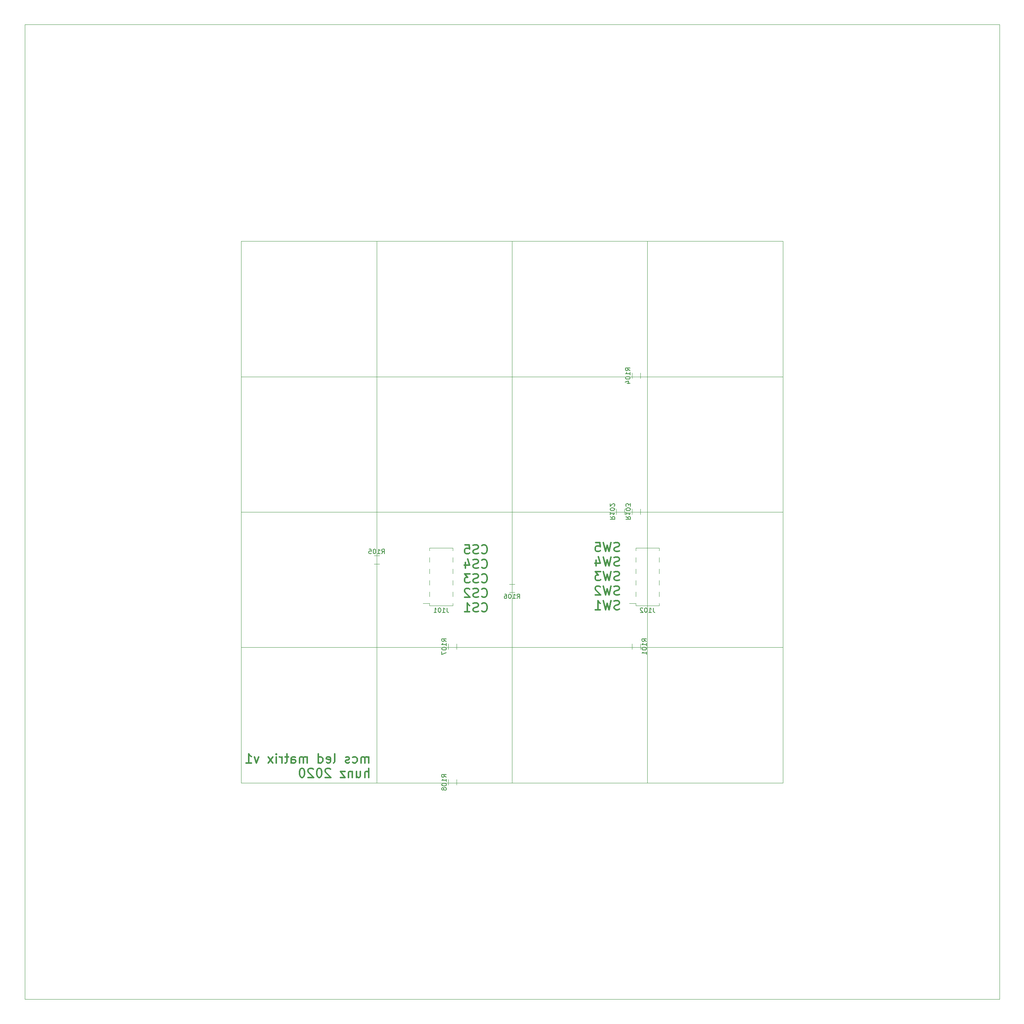
<source format=gbr>
%TF.GenerationSoftware,KiCad,Pcbnew,5.99.0-unknown-e376750~101~ubuntu19.10.1*%
%TF.CreationDate,2020-06-25T20:18:13+02:00*%
%TF.ProjectId,leds,6c656473-2e6b-4696-9361-645f70636258,rev?*%
%TF.SameCoordinates,Original*%
%TF.FileFunction,Legend,Bot*%
%TF.FilePolarity,Positive*%
%FSLAX46Y46*%
G04 Gerber Fmt 4.6, Leading zero omitted, Abs format (unit mm)*
G04 Created by KiCad (PCBNEW 5.99.0-unknown-e376750~101~ubuntu19.10.1) date 2020-06-25 20:18:13*
%MOMM*%
%LPD*%
G01*
G04 APERTURE LIST*
%ADD10C,0.300000*%
%ADD11C,0.120000*%
%ADD12C,0.150000*%
%ADD13R,3.150000X1.000000*%
G04 APERTURE END LIST*
D10*
X123285714Y-114074285D02*
X123380952Y-114169523D01*
X123666666Y-114264761D01*
X123857142Y-114264761D01*
X124142857Y-114169523D01*
X124333333Y-113979047D01*
X124428571Y-113788571D01*
X124523809Y-113407619D01*
X124523809Y-113121904D01*
X124428571Y-112740952D01*
X124333333Y-112550476D01*
X124142857Y-112360000D01*
X123857142Y-112264761D01*
X123666666Y-112264761D01*
X123380952Y-112360000D01*
X123285714Y-112455238D01*
X122523809Y-114169523D02*
X122238095Y-114264761D01*
X121761904Y-114264761D01*
X121571428Y-114169523D01*
X121476190Y-114074285D01*
X121380952Y-113883809D01*
X121380952Y-113693333D01*
X121476190Y-113502857D01*
X121571428Y-113407619D01*
X121761904Y-113312380D01*
X122142857Y-113217142D01*
X122333333Y-113121904D01*
X122428571Y-113026666D01*
X122523809Y-112836190D01*
X122523809Y-112645714D01*
X122428571Y-112455238D01*
X122333333Y-112360000D01*
X122142857Y-112264761D01*
X121666666Y-112264761D01*
X121380952Y-112360000D01*
X119571428Y-112264761D02*
X120523809Y-112264761D01*
X120619047Y-113217142D01*
X120523809Y-113121904D01*
X120333333Y-113026666D01*
X119857142Y-113026666D01*
X119666666Y-113121904D01*
X119571428Y-113217142D01*
X119476190Y-113407619D01*
X119476190Y-113883809D01*
X119571428Y-114074285D01*
X119666666Y-114169523D01*
X119857142Y-114264761D01*
X120333333Y-114264761D01*
X120523809Y-114169523D01*
X120619047Y-114074285D01*
X123285714Y-117294285D02*
X123380952Y-117389523D01*
X123666666Y-117484761D01*
X123857142Y-117484761D01*
X124142857Y-117389523D01*
X124333333Y-117199047D01*
X124428571Y-117008571D01*
X124523809Y-116627619D01*
X124523809Y-116341904D01*
X124428571Y-115960952D01*
X124333333Y-115770476D01*
X124142857Y-115580000D01*
X123857142Y-115484761D01*
X123666666Y-115484761D01*
X123380952Y-115580000D01*
X123285714Y-115675238D01*
X122523809Y-117389523D02*
X122238095Y-117484761D01*
X121761904Y-117484761D01*
X121571428Y-117389523D01*
X121476190Y-117294285D01*
X121380952Y-117103809D01*
X121380952Y-116913333D01*
X121476190Y-116722857D01*
X121571428Y-116627619D01*
X121761904Y-116532380D01*
X122142857Y-116437142D01*
X122333333Y-116341904D01*
X122428571Y-116246666D01*
X122523809Y-116056190D01*
X122523809Y-115865714D01*
X122428571Y-115675238D01*
X122333333Y-115580000D01*
X122142857Y-115484761D01*
X121666666Y-115484761D01*
X121380952Y-115580000D01*
X119666666Y-116151428D02*
X119666666Y-117484761D01*
X120142857Y-115389523D02*
X120619047Y-116818095D01*
X119380952Y-116818095D01*
X123285714Y-120514285D02*
X123380952Y-120609523D01*
X123666666Y-120704761D01*
X123857142Y-120704761D01*
X124142857Y-120609523D01*
X124333333Y-120419047D01*
X124428571Y-120228571D01*
X124523809Y-119847619D01*
X124523809Y-119561904D01*
X124428571Y-119180952D01*
X124333333Y-118990476D01*
X124142857Y-118800000D01*
X123857142Y-118704761D01*
X123666666Y-118704761D01*
X123380952Y-118800000D01*
X123285714Y-118895238D01*
X122523809Y-120609523D02*
X122238095Y-120704761D01*
X121761904Y-120704761D01*
X121571428Y-120609523D01*
X121476190Y-120514285D01*
X121380952Y-120323809D01*
X121380952Y-120133333D01*
X121476190Y-119942857D01*
X121571428Y-119847619D01*
X121761904Y-119752380D01*
X122142857Y-119657142D01*
X122333333Y-119561904D01*
X122428571Y-119466666D01*
X122523809Y-119276190D01*
X122523809Y-119085714D01*
X122428571Y-118895238D01*
X122333333Y-118800000D01*
X122142857Y-118704761D01*
X121666666Y-118704761D01*
X121380952Y-118800000D01*
X120714285Y-118704761D02*
X119476190Y-118704761D01*
X120142857Y-119466666D01*
X119857142Y-119466666D01*
X119666666Y-119561904D01*
X119571428Y-119657142D01*
X119476190Y-119847619D01*
X119476190Y-120323809D01*
X119571428Y-120514285D01*
X119666666Y-120609523D01*
X119857142Y-120704761D01*
X120428571Y-120704761D01*
X120619047Y-120609523D01*
X120714285Y-120514285D01*
X123285714Y-123734285D02*
X123380952Y-123829523D01*
X123666666Y-123924761D01*
X123857142Y-123924761D01*
X124142857Y-123829523D01*
X124333333Y-123639047D01*
X124428571Y-123448571D01*
X124523809Y-123067619D01*
X124523809Y-122781904D01*
X124428571Y-122400952D01*
X124333333Y-122210476D01*
X124142857Y-122020000D01*
X123857142Y-121924761D01*
X123666666Y-121924761D01*
X123380952Y-122020000D01*
X123285714Y-122115238D01*
X122523809Y-123829523D02*
X122238095Y-123924761D01*
X121761904Y-123924761D01*
X121571428Y-123829523D01*
X121476190Y-123734285D01*
X121380952Y-123543809D01*
X121380952Y-123353333D01*
X121476190Y-123162857D01*
X121571428Y-123067619D01*
X121761904Y-122972380D01*
X122142857Y-122877142D01*
X122333333Y-122781904D01*
X122428571Y-122686666D01*
X122523809Y-122496190D01*
X122523809Y-122305714D01*
X122428571Y-122115238D01*
X122333333Y-122020000D01*
X122142857Y-121924761D01*
X121666666Y-121924761D01*
X121380952Y-122020000D01*
X120619047Y-122115238D02*
X120523809Y-122020000D01*
X120333333Y-121924761D01*
X119857142Y-121924761D01*
X119666666Y-122020000D01*
X119571428Y-122115238D01*
X119476190Y-122305714D01*
X119476190Y-122496190D01*
X119571428Y-122781904D01*
X120714285Y-123924761D01*
X119476190Y-123924761D01*
X123285714Y-126954285D02*
X123380952Y-127049523D01*
X123666666Y-127144761D01*
X123857142Y-127144761D01*
X124142857Y-127049523D01*
X124333333Y-126859047D01*
X124428571Y-126668571D01*
X124523809Y-126287619D01*
X124523809Y-126001904D01*
X124428571Y-125620952D01*
X124333333Y-125430476D01*
X124142857Y-125240000D01*
X123857142Y-125144761D01*
X123666666Y-125144761D01*
X123380952Y-125240000D01*
X123285714Y-125335238D01*
X122523809Y-127049523D02*
X122238095Y-127144761D01*
X121761904Y-127144761D01*
X121571428Y-127049523D01*
X121476190Y-126954285D01*
X121380952Y-126763809D01*
X121380952Y-126573333D01*
X121476190Y-126382857D01*
X121571428Y-126287619D01*
X121761904Y-126192380D01*
X122142857Y-126097142D01*
X122333333Y-126001904D01*
X122428571Y-125906666D01*
X122523809Y-125716190D01*
X122523809Y-125525714D01*
X122428571Y-125335238D01*
X122333333Y-125240000D01*
X122142857Y-125144761D01*
X121666666Y-125144761D01*
X121380952Y-125240000D01*
X119476190Y-127144761D02*
X120619047Y-127144761D01*
X120047619Y-127144761D02*
X120047619Y-125144761D01*
X120238095Y-125430476D01*
X120428571Y-125620952D01*
X120619047Y-125716190D01*
X153766666Y-113669523D02*
X153480952Y-113764761D01*
X153004761Y-113764761D01*
X152814285Y-113669523D01*
X152719047Y-113574285D01*
X152623809Y-113383809D01*
X152623809Y-113193333D01*
X152719047Y-113002857D01*
X152814285Y-112907619D01*
X153004761Y-112812380D01*
X153385714Y-112717142D01*
X153576190Y-112621904D01*
X153671428Y-112526666D01*
X153766666Y-112336190D01*
X153766666Y-112145714D01*
X153671428Y-111955238D01*
X153576190Y-111860000D01*
X153385714Y-111764761D01*
X152909523Y-111764761D01*
X152623809Y-111860000D01*
X151957142Y-111764761D02*
X151480952Y-113764761D01*
X151100000Y-112336190D01*
X150719047Y-113764761D01*
X150242857Y-111764761D01*
X148528571Y-111764761D02*
X149480952Y-111764761D01*
X149576190Y-112717142D01*
X149480952Y-112621904D01*
X149290476Y-112526666D01*
X148814285Y-112526666D01*
X148623809Y-112621904D01*
X148528571Y-112717142D01*
X148433333Y-112907619D01*
X148433333Y-113383809D01*
X148528571Y-113574285D01*
X148623809Y-113669523D01*
X148814285Y-113764761D01*
X149290476Y-113764761D01*
X149480952Y-113669523D01*
X149576190Y-113574285D01*
X153766666Y-116889523D02*
X153480952Y-116984761D01*
X153004761Y-116984761D01*
X152814285Y-116889523D01*
X152719047Y-116794285D01*
X152623809Y-116603809D01*
X152623809Y-116413333D01*
X152719047Y-116222857D01*
X152814285Y-116127619D01*
X153004761Y-116032380D01*
X153385714Y-115937142D01*
X153576190Y-115841904D01*
X153671428Y-115746666D01*
X153766666Y-115556190D01*
X153766666Y-115365714D01*
X153671428Y-115175238D01*
X153576190Y-115080000D01*
X153385714Y-114984761D01*
X152909523Y-114984761D01*
X152623809Y-115080000D01*
X151957142Y-114984761D02*
X151480952Y-116984761D01*
X151100000Y-115556190D01*
X150719047Y-116984761D01*
X150242857Y-114984761D01*
X148623809Y-115651428D02*
X148623809Y-116984761D01*
X149100000Y-114889523D02*
X149576190Y-116318095D01*
X148338095Y-116318095D01*
X153766666Y-120109523D02*
X153480952Y-120204761D01*
X153004761Y-120204761D01*
X152814285Y-120109523D01*
X152719047Y-120014285D01*
X152623809Y-119823809D01*
X152623809Y-119633333D01*
X152719047Y-119442857D01*
X152814285Y-119347619D01*
X153004761Y-119252380D01*
X153385714Y-119157142D01*
X153576190Y-119061904D01*
X153671428Y-118966666D01*
X153766666Y-118776190D01*
X153766666Y-118585714D01*
X153671428Y-118395238D01*
X153576190Y-118300000D01*
X153385714Y-118204761D01*
X152909523Y-118204761D01*
X152623809Y-118300000D01*
X151957142Y-118204761D02*
X151480952Y-120204761D01*
X151100000Y-118776190D01*
X150719047Y-120204761D01*
X150242857Y-118204761D01*
X149671428Y-118204761D02*
X148433333Y-118204761D01*
X149100000Y-118966666D01*
X148814285Y-118966666D01*
X148623809Y-119061904D01*
X148528571Y-119157142D01*
X148433333Y-119347619D01*
X148433333Y-119823809D01*
X148528571Y-120014285D01*
X148623809Y-120109523D01*
X148814285Y-120204761D01*
X149385714Y-120204761D01*
X149576190Y-120109523D01*
X149671428Y-120014285D01*
X153766666Y-123329523D02*
X153480952Y-123424761D01*
X153004761Y-123424761D01*
X152814285Y-123329523D01*
X152719047Y-123234285D01*
X152623809Y-123043809D01*
X152623809Y-122853333D01*
X152719047Y-122662857D01*
X152814285Y-122567619D01*
X153004761Y-122472380D01*
X153385714Y-122377142D01*
X153576190Y-122281904D01*
X153671428Y-122186666D01*
X153766666Y-121996190D01*
X153766666Y-121805714D01*
X153671428Y-121615238D01*
X153576190Y-121520000D01*
X153385714Y-121424761D01*
X152909523Y-121424761D01*
X152623809Y-121520000D01*
X151957142Y-121424761D02*
X151480952Y-123424761D01*
X151100000Y-121996190D01*
X150719047Y-123424761D01*
X150242857Y-121424761D01*
X149576190Y-121615238D02*
X149480952Y-121520000D01*
X149290476Y-121424761D01*
X148814285Y-121424761D01*
X148623809Y-121520000D01*
X148528571Y-121615238D01*
X148433333Y-121805714D01*
X148433333Y-121996190D01*
X148528571Y-122281904D01*
X149671428Y-123424761D01*
X148433333Y-123424761D01*
X153766666Y-126549523D02*
X153480952Y-126644761D01*
X153004761Y-126644761D01*
X152814285Y-126549523D01*
X152719047Y-126454285D01*
X152623809Y-126263809D01*
X152623809Y-126073333D01*
X152719047Y-125882857D01*
X152814285Y-125787619D01*
X153004761Y-125692380D01*
X153385714Y-125597142D01*
X153576190Y-125501904D01*
X153671428Y-125406666D01*
X153766666Y-125216190D01*
X153766666Y-125025714D01*
X153671428Y-124835238D01*
X153576190Y-124740000D01*
X153385714Y-124644761D01*
X152909523Y-124644761D01*
X152623809Y-124740000D01*
X151957142Y-124644761D02*
X151480952Y-126644761D01*
X151100000Y-125216190D01*
X150719047Y-126644761D01*
X150242857Y-124644761D01*
X148433333Y-126644761D02*
X149576190Y-126644761D01*
X149004761Y-126644761D02*
X149004761Y-124644761D01*
X149195238Y-124930476D01*
X149385714Y-125120952D01*
X149576190Y-125216190D01*
X98228809Y-160594761D02*
X98228809Y-159261428D01*
X98228809Y-159451904D02*
X98133571Y-159356666D01*
X97943095Y-159261428D01*
X97657380Y-159261428D01*
X97466904Y-159356666D01*
X97371666Y-159547142D01*
X97371666Y-160594761D01*
X97371666Y-159547142D02*
X97276428Y-159356666D01*
X97085952Y-159261428D01*
X96800238Y-159261428D01*
X96609761Y-159356666D01*
X96514523Y-159547142D01*
X96514523Y-160594761D01*
X94705000Y-160499523D02*
X94895476Y-160594761D01*
X95276428Y-160594761D01*
X95466904Y-160499523D01*
X95562142Y-160404285D01*
X95657380Y-160213809D01*
X95657380Y-159642380D01*
X95562142Y-159451904D01*
X95466904Y-159356666D01*
X95276428Y-159261428D01*
X94895476Y-159261428D01*
X94705000Y-159356666D01*
X93943095Y-160499523D02*
X93752619Y-160594761D01*
X93371666Y-160594761D01*
X93181190Y-160499523D01*
X93085952Y-160309047D01*
X93085952Y-160213809D01*
X93181190Y-160023333D01*
X93371666Y-159928095D01*
X93657380Y-159928095D01*
X93847857Y-159832857D01*
X93943095Y-159642380D01*
X93943095Y-159547142D01*
X93847857Y-159356666D01*
X93657380Y-159261428D01*
X93371666Y-159261428D01*
X93181190Y-159356666D01*
X90419285Y-160594761D02*
X90609761Y-160499523D01*
X90705000Y-160309047D01*
X90705000Y-158594761D01*
X88895476Y-160499523D02*
X89085952Y-160594761D01*
X89466904Y-160594761D01*
X89657380Y-160499523D01*
X89752619Y-160309047D01*
X89752619Y-159547142D01*
X89657380Y-159356666D01*
X89466904Y-159261428D01*
X89085952Y-159261428D01*
X88895476Y-159356666D01*
X88800238Y-159547142D01*
X88800238Y-159737619D01*
X89752619Y-159928095D01*
X87085952Y-160594761D02*
X87085952Y-158594761D01*
X87085952Y-160499523D02*
X87276428Y-160594761D01*
X87657380Y-160594761D01*
X87847857Y-160499523D01*
X87943095Y-160404285D01*
X88038333Y-160213809D01*
X88038333Y-159642380D01*
X87943095Y-159451904D01*
X87847857Y-159356666D01*
X87657380Y-159261428D01*
X87276428Y-159261428D01*
X87085952Y-159356666D01*
X84609761Y-160594761D02*
X84609761Y-159261428D01*
X84609761Y-159451904D02*
X84514523Y-159356666D01*
X84324047Y-159261428D01*
X84038333Y-159261428D01*
X83847857Y-159356666D01*
X83752619Y-159547142D01*
X83752619Y-160594761D01*
X83752619Y-159547142D02*
X83657380Y-159356666D01*
X83466904Y-159261428D01*
X83181190Y-159261428D01*
X82990714Y-159356666D01*
X82895476Y-159547142D01*
X82895476Y-160594761D01*
X81085952Y-160594761D02*
X81085952Y-159547142D01*
X81181190Y-159356666D01*
X81371666Y-159261428D01*
X81752619Y-159261428D01*
X81943095Y-159356666D01*
X81085952Y-160499523D02*
X81276428Y-160594761D01*
X81752619Y-160594761D01*
X81943095Y-160499523D01*
X82038333Y-160309047D01*
X82038333Y-160118571D01*
X81943095Y-159928095D01*
X81752619Y-159832857D01*
X81276428Y-159832857D01*
X81085952Y-159737619D01*
X80419285Y-159261428D02*
X79657380Y-159261428D01*
X80133571Y-158594761D02*
X80133571Y-160309047D01*
X80038333Y-160499523D01*
X79847857Y-160594761D01*
X79657380Y-160594761D01*
X78990714Y-160594761D02*
X78990714Y-159261428D01*
X78990714Y-159642380D02*
X78895476Y-159451904D01*
X78800238Y-159356666D01*
X78609761Y-159261428D01*
X78419285Y-159261428D01*
X77752619Y-160594761D02*
X77752619Y-159261428D01*
X77752619Y-158594761D02*
X77847857Y-158690000D01*
X77752619Y-158785238D01*
X77657380Y-158690000D01*
X77752619Y-158594761D01*
X77752619Y-158785238D01*
X76990714Y-160594761D02*
X75943095Y-159261428D01*
X76990714Y-159261428D02*
X75943095Y-160594761D01*
X73847857Y-159261428D02*
X73371666Y-160594761D01*
X72895476Y-159261428D01*
X71085952Y-160594761D02*
X72228809Y-160594761D01*
X71657380Y-160594761D02*
X71657380Y-158594761D01*
X71847857Y-158880476D01*
X72038333Y-159070952D01*
X72228809Y-159166190D01*
X98228809Y-163814761D02*
X98228809Y-161814761D01*
X97371666Y-163814761D02*
X97371666Y-162767142D01*
X97466904Y-162576666D01*
X97657380Y-162481428D01*
X97943095Y-162481428D01*
X98133571Y-162576666D01*
X98228809Y-162671904D01*
X95562142Y-162481428D02*
X95562142Y-163814761D01*
X96419285Y-162481428D02*
X96419285Y-163529047D01*
X96324047Y-163719523D01*
X96133571Y-163814761D01*
X95847857Y-163814761D01*
X95657380Y-163719523D01*
X95562142Y-163624285D01*
X94609761Y-162481428D02*
X94609761Y-163814761D01*
X94609761Y-162671904D02*
X94514523Y-162576666D01*
X94324047Y-162481428D01*
X94038333Y-162481428D01*
X93847857Y-162576666D01*
X93752619Y-162767142D01*
X93752619Y-163814761D01*
X92990714Y-162481428D02*
X91943095Y-162481428D01*
X92990714Y-163814761D01*
X91943095Y-163814761D01*
X89752619Y-162005238D02*
X89657380Y-161910000D01*
X89466904Y-161814761D01*
X88990714Y-161814761D01*
X88800238Y-161910000D01*
X88705000Y-162005238D01*
X88609761Y-162195714D01*
X88609761Y-162386190D01*
X88705000Y-162671904D01*
X89847857Y-163814761D01*
X88609761Y-163814761D01*
X87371666Y-161814761D02*
X87181190Y-161814761D01*
X86990714Y-161910000D01*
X86895476Y-162005238D01*
X86800238Y-162195714D01*
X86705000Y-162576666D01*
X86705000Y-163052857D01*
X86800238Y-163433809D01*
X86895476Y-163624285D01*
X86990714Y-163719523D01*
X87181190Y-163814761D01*
X87371666Y-163814761D01*
X87562142Y-163719523D01*
X87657380Y-163624285D01*
X87752619Y-163433809D01*
X87847857Y-163052857D01*
X87847857Y-162576666D01*
X87752619Y-162195714D01*
X87657380Y-162005238D01*
X87562142Y-161910000D01*
X87371666Y-161814761D01*
X85943095Y-162005238D02*
X85847857Y-161910000D01*
X85657380Y-161814761D01*
X85181190Y-161814761D01*
X84990714Y-161910000D01*
X84895476Y-162005238D01*
X84800238Y-162195714D01*
X84800238Y-162386190D01*
X84895476Y-162671904D01*
X86038333Y-163814761D01*
X84800238Y-163814761D01*
X83562142Y-161814761D02*
X83371666Y-161814761D01*
X83181190Y-161910000D01*
X83085952Y-162005238D01*
X82990714Y-162195714D01*
X82895476Y-162576666D01*
X82895476Y-163052857D01*
X82990714Y-163433809D01*
X83085952Y-163624285D01*
X83181190Y-163719523D01*
X83371666Y-163814761D01*
X83562142Y-163814761D01*
X83752619Y-163719523D01*
X83847857Y-163624285D01*
X83943095Y-163433809D01*
X84038333Y-163052857D01*
X84038333Y-162576666D01*
X83943095Y-162195714D01*
X83847857Y-162005238D01*
X83752619Y-161910000D01*
X83562142Y-161814761D01*
D11*
X70000000Y-135000000D02*
X190000000Y-135000000D01*
X70000000Y-105000000D02*
X190000000Y-105000000D01*
X70000000Y-75000000D02*
X190000000Y-75000000D01*
X130000000Y-45000000D02*
X130000000Y-165000000D01*
X160000000Y-45000000D02*
X160000000Y-165000000D01*
X100000000Y-45000000D02*
X100000000Y-165000000D01*
X70000000Y-165000000D02*
X70000000Y-45000000D01*
X190000000Y-165000000D02*
X70000000Y-165000000D01*
X190000000Y-45000000D02*
X190000000Y-165000000D01*
X70000000Y-45000000D02*
X190000000Y-45000000D01*
X22000000Y3000000D02*
X238000000Y3000000D01*
X22000000Y-213000000D02*
X22000000Y3000000D01*
X238000000Y-213000000D02*
X22000000Y-213000000D01*
X238000000Y3000000D02*
X238000000Y-213000000D01*
D12*
%TO.C,R108*%
X115432380Y-163780952D02*
X114956190Y-163447619D01*
X115432380Y-163209523D02*
X114432380Y-163209523D01*
X114432380Y-163590476D01*
X114480000Y-163685714D01*
X114527619Y-163733333D01*
X114622857Y-163780952D01*
X114765714Y-163780952D01*
X114860952Y-163733333D01*
X114908571Y-163685714D01*
X114956190Y-163590476D01*
X114956190Y-163209523D01*
X115432380Y-164733333D02*
X115432380Y-164161904D01*
X115432380Y-164447619D02*
X114432380Y-164447619D01*
X114575238Y-164352380D01*
X114670476Y-164257142D01*
X114718095Y-164161904D01*
X114432380Y-165352380D02*
X114432380Y-165447619D01*
X114480000Y-165542857D01*
X114527619Y-165590476D01*
X114622857Y-165638095D01*
X114813333Y-165685714D01*
X115051428Y-165685714D01*
X115241904Y-165638095D01*
X115337142Y-165590476D01*
X115384761Y-165542857D01*
X115432380Y-165447619D01*
X115432380Y-165352380D01*
X115384761Y-165257142D01*
X115337142Y-165209523D01*
X115241904Y-165161904D01*
X115051428Y-165114285D01*
X114813333Y-165114285D01*
X114622857Y-165161904D01*
X114527619Y-165209523D01*
X114480000Y-165257142D01*
X114432380Y-165352380D01*
X114860952Y-166257142D02*
X114813333Y-166161904D01*
X114765714Y-166114285D01*
X114670476Y-166066666D01*
X114622857Y-166066666D01*
X114527619Y-166114285D01*
X114480000Y-166161904D01*
X114432380Y-166257142D01*
X114432380Y-166447619D01*
X114480000Y-166542857D01*
X114527619Y-166590476D01*
X114622857Y-166638095D01*
X114670476Y-166638095D01*
X114765714Y-166590476D01*
X114813333Y-166542857D01*
X114860952Y-166447619D01*
X114860952Y-166257142D01*
X114908571Y-166161904D01*
X114956190Y-166114285D01*
X115051428Y-166066666D01*
X115241904Y-166066666D01*
X115337142Y-166114285D01*
X115384761Y-166161904D01*
X115432380Y-166257142D01*
X115432380Y-166447619D01*
X115384761Y-166542857D01*
X115337142Y-166590476D01*
X115241904Y-166638095D01*
X115051428Y-166638095D01*
X114956190Y-166590476D01*
X114908571Y-166542857D01*
X114860952Y-166447619D01*
%TO.C,R107*%
X115432380Y-133680952D02*
X114956190Y-133347619D01*
X115432380Y-133109523D02*
X114432380Y-133109523D01*
X114432380Y-133490476D01*
X114480000Y-133585714D01*
X114527619Y-133633333D01*
X114622857Y-133680952D01*
X114765714Y-133680952D01*
X114860952Y-133633333D01*
X114908571Y-133585714D01*
X114956190Y-133490476D01*
X114956190Y-133109523D01*
X115432380Y-134633333D02*
X115432380Y-134061904D01*
X115432380Y-134347619D02*
X114432380Y-134347619D01*
X114575238Y-134252380D01*
X114670476Y-134157142D01*
X114718095Y-134061904D01*
X114432380Y-135252380D02*
X114432380Y-135347619D01*
X114480000Y-135442857D01*
X114527619Y-135490476D01*
X114622857Y-135538095D01*
X114813333Y-135585714D01*
X115051428Y-135585714D01*
X115241904Y-135538095D01*
X115337142Y-135490476D01*
X115384761Y-135442857D01*
X115432380Y-135347619D01*
X115432380Y-135252380D01*
X115384761Y-135157142D01*
X115337142Y-135109523D01*
X115241904Y-135061904D01*
X115051428Y-135014285D01*
X114813333Y-135014285D01*
X114622857Y-135061904D01*
X114527619Y-135109523D01*
X114480000Y-135157142D01*
X114432380Y-135252380D01*
X114432380Y-135919047D02*
X114432380Y-136585714D01*
X115432380Y-136157142D01*
%TO.C,R106*%
X131119047Y-124172380D02*
X131452380Y-123696190D01*
X131690476Y-124172380D02*
X131690476Y-123172380D01*
X131309523Y-123172380D01*
X131214285Y-123220000D01*
X131166666Y-123267619D01*
X131119047Y-123362857D01*
X131119047Y-123505714D01*
X131166666Y-123600952D01*
X131214285Y-123648571D01*
X131309523Y-123696190D01*
X131690476Y-123696190D01*
X130166666Y-124172380D02*
X130738095Y-124172380D01*
X130452380Y-124172380D02*
X130452380Y-123172380D01*
X130547619Y-123315238D01*
X130642857Y-123410476D01*
X130738095Y-123458095D01*
X129547619Y-123172380D02*
X129452380Y-123172380D01*
X129357142Y-123220000D01*
X129309523Y-123267619D01*
X129261904Y-123362857D01*
X129214285Y-123553333D01*
X129214285Y-123791428D01*
X129261904Y-123981904D01*
X129309523Y-124077142D01*
X129357142Y-124124761D01*
X129452380Y-124172380D01*
X129547619Y-124172380D01*
X129642857Y-124124761D01*
X129690476Y-124077142D01*
X129738095Y-123981904D01*
X129785714Y-123791428D01*
X129785714Y-123553333D01*
X129738095Y-123362857D01*
X129690476Y-123267619D01*
X129642857Y-123220000D01*
X129547619Y-123172380D01*
X128357142Y-123172380D02*
X128547619Y-123172380D01*
X128642857Y-123220000D01*
X128690476Y-123267619D01*
X128785714Y-123410476D01*
X128833333Y-123600952D01*
X128833333Y-123981904D01*
X128785714Y-124077142D01*
X128738095Y-124124761D01*
X128642857Y-124172380D01*
X128452380Y-124172380D01*
X128357142Y-124124761D01*
X128309523Y-124077142D01*
X128261904Y-123981904D01*
X128261904Y-123743809D01*
X128309523Y-123648571D01*
X128357142Y-123600952D01*
X128452380Y-123553333D01*
X128642857Y-123553333D01*
X128738095Y-123600952D01*
X128785714Y-123648571D01*
X128833333Y-123743809D01*
%TO.C,R105*%
X101119047Y-114232380D02*
X101452380Y-113756190D01*
X101690476Y-114232380D02*
X101690476Y-113232380D01*
X101309523Y-113232380D01*
X101214285Y-113280000D01*
X101166666Y-113327619D01*
X101119047Y-113422857D01*
X101119047Y-113565714D01*
X101166666Y-113660952D01*
X101214285Y-113708571D01*
X101309523Y-113756190D01*
X101690476Y-113756190D01*
X100166666Y-114232380D02*
X100738095Y-114232380D01*
X100452380Y-114232380D02*
X100452380Y-113232380D01*
X100547619Y-113375238D01*
X100642857Y-113470476D01*
X100738095Y-113518095D01*
X99547619Y-113232380D02*
X99452380Y-113232380D01*
X99357142Y-113280000D01*
X99309523Y-113327619D01*
X99261904Y-113422857D01*
X99214285Y-113613333D01*
X99214285Y-113851428D01*
X99261904Y-114041904D01*
X99309523Y-114137142D01*
X99357142Y-114184761D01*
X99452380Y-114232380D01*
X99547619Y-114232380D01*
X99642857Y-114184761D01*
X99690476Y-114137142D01*
X99738095Y-114041904D01*
X99785714Y-113851428D01*
X99785714Y-113613333D01*
X99738095Y-113422857D01*
X99690476Y-113327619D01*
X99642857Y-113280000D01*
X99547619Y-113232380D01*
X98309523Y-113232380D02*
X98785714Y-113232380D01*
X98833333Y-113708571D01*
X98785714Y-113660952D01*
X98690476Y-113613333D01*
X98452380Y-113613333D01*
X98357142Y-113660952D01*
X98309523Y-113708571D01*
X98261904Y-113803809D01*
X98261904Y-114041904D01*
X98309523Y-114137142D01*
X98357142Y-114184761D01*
X98452380Y-114232380D01*
X98690476Y-114232380D01*
X98785714Y-114184761D01*
X98833333Y-114137142D01*
%TO.C,R104*%
X156132380Y-73680952D02*
X155656190Y-73347619D01*
X156132380Y-73109523D02*
X155132380Y-73109523D01*
X155132380Y-73490476D01*
X155180000Y-73585714D01*
X155227619Y-73633333D01*
X155322857Y-73680952D01*
X155465714Y-73680952D01*
X155560952Y-73633333D01*
X155608571Y-73585714D01*
X155656190Y-73490476D01*
X155656190Y-73109523D01*
X156132380Y-74633333D02*
X156132380Y-74061904D01*
X156132380Y-74347619D02*
X155132380Y-74347619D01*
X155275238Y-74252380D01*
X155370476Y-74157142D01*
X155418095Y-74061904D01*
X155132380Y-75252380D02*
X155132380Y-75347619D01*
X155180000Y-75442857D01*
X155227619Y-75490476D01*
X155322857Y-75538095D01*
X155513333Y-75585714D01*
X155751428Y-75585714D01*
X155941904Y-75538095D01*
X156037142Y-75490476D01*
X156084761Y-75442857D01*
X156132380Y-75347619D01*
X156132380Y-75252380D01*
X156084761Y-75157142D01*
X156037142Y-75109523D01*
X155941904Y-75061904D01*
X155751428Y-75014285D01*
X155513333Y-75014285D01*
X155322857Y-75061904D01*
X155227619Y-75109523D01*
X155180000Y-75157142D01*
X155132380Y-75252380D01*
X155465714Y-76442857D02*
X156132380Y-76442857D01*
X155084761Y-76204761D02*
X155799047Y-75966666D01*
X155799047Y-76585714D01*
%TO.C,R103*%
X155227619Y-106019047D02*
X155703809Y-106352380D01*
X155227619Y-106590476D02*
X156227619Y-106590476D01*
X156227619Y-106209523D01*
X156180000Y-106114285D01*
X156132380Y-106066666D01*
X156037142Y-106019047D01*
X155894285Y-106019047D01*
X155799047Y-106066666D01*
X155751428Y-106114285D01*
X155703809Y-106209523D01*
X155703809Y-106590476D01*
X155227619Y-105066666D02*
X155227619Y-105638095D01*
X155227619Y-105352380D02*
X156227619Y-105352380D01*
X156084761Y-105447619D01*
X155989523Y-105542857D01*
X155941904Y-105638095D01*
X156227619Y-104447619D02*
X156227619Y-104352380D01*
X156180000Y-104257142D01*
X156132380Y-104209523D01*
X156037142Y-104161904D01*
X155846666Y-104114285D01*
X155608571Y-104114285D01*
X155418095Y-104161904D01*
X155322857Y-104209523D01*
X155275238Y-104257142D01*
X155227619Y-104352380D01*
X155227619Y-104447619D01*
X155275238Y-104542857D01*
X155322857Y-104590476D01*
X155418095Y-104638095D01*
X155608571Y-104685714D01*
X155846666Y-104685714D01*
X156037142Y-104638095D01*
X156132380Y-104590476D01*
X156180000Y-104542857D01*
X156227619Y-104447619D01*
X156227619Y-103780952D02*
X156227619Y-103161904D01*
X155846666Y-103495238D01*
X155846666Y-103352380D01*
X155799047Y-103257142D01*
X155751428Y-103209523D01*
X155656190Y-103161904D01*
X155418095Y-103161904D01*
X155322857Y-103209523D01*
X155275238Y-103257142D01*
X155227619Y-103352380D01*
X155227619Y-103638095D01*
X155275238Y-103733333D01*
X155322857Y-103780952D01*
%TO.C,R102*%
X151727619Y-106019047D02*
X152203809Y-106352380D01*
X151727619Y-106590476D02*
X152727619Y-106590476D01*
X152727619Y-106209523D01*
X152680000Y-106114285D01*
X152632380Y-106066666D01*
X152537142Y-106019047D01*
X152394285Y-106019047D01*
X152299047Y-106066666D01*
X152251428Y-106114285D01*
X152203809Y-106209523D01*
X152203809Y-106590476D01*
X151727619Y-105066666D02*
X151727619Y-105638095D01*
X151727619Y-105352380D02*
X152727619Y-105352380D01*
X152584761Y-105447619D01*
X152489523Y-105542857D01*
X152441904Y-105638095D01*
X152727619Y-104447619D02*
X152727619Y-104352380D01*
X152680000Y-104257142D01*
X152632380Y-104209523D01*
X152537142Y-104161904D01*
X152346666Y-104114285D01*
X152108571Y-104114285D01*
X151918095Y-104161904D01*
X151822857Y-104209523D01*
X151775238Y-104257142D01*
X151727619Y-104352380D01*
X151727619Y-104447619D01*
X151775238Y-104542857D01*
X151822857Y-104590476D01*
X151918095Y-104638095D01*
X152108571Y-104685714D01*
X152346666Y-104685714D01*
X152537142Y-104638095D01*
X152632380Y-104590476D01*
X152680000Y-104542857D01*
X152727619Y-104447619D01*
X152632380Y-103733333D02*
X152680000Y-103685714D01*
X152727619Y-103590476D01*
X152727619Y-103352380D01*
X152680000Y-103257142D01*
X152632380Y-103209523D01*
X152537142Y-103161904D01*
X152441904Y-103161904D01*
X152299047Y-103209523D01*
X151727619Y-103780952D01*
X151727619Y-103161904D01*
%TO.C,R101*%
X159772380Y-133680952D02*
X159296190Y-133347619D01*
X159772380Y-133109523D02*
X158772380Y-133109523D01*
X158772380Y-133490476D01*
X158820000Y-133585714D01*
X158867619Y-133633333D01*
X158962857Y-133680952D01*
X159105714Y-133680952D01*
X159200952Y-133633333D01*
X159248571Y-133585714D01*
X159296190Y-133490476D01*
X159296190Y-133109523D01*
X159772380Y-134633333D02*
X159772380Y-134061904D01*
X159772380Y-134347619D02*
X158772380Y-134347619D01*
X158915238Y-134252380D01*
X159010476Y-134157142D01*
X159058095Y-134061904D01*
X158772380Y-135252380D02*
X158772380Y-135347619D01*
X158820000Y-135442857D01*
X158867619Y-135490476D01*
X158962857Y-135538095D01*
X159153333Y-135585714D01*
X159391428Y-135585714D01*
X159581904Y-135538095D01*
X159677142Y-135490476D01*
X159724761Y-135442857D01*
X159772380Y-135347619D01*
X159772380Y-135252380D01*
X159724761Y-135157142D01*
X159677142Y-135109523D01*
X159581904Y-135061904D01*
X159391428Y-135014285D01*
X159153333Y-135014285D01*
X158962857Y-135061904D01*
X158867619Y-135109523D01*
X158820000Y-135157142D01*
X158772380Y-135252380D01*
X159772380Y-136538095D02*
X159772380Y-135966666D01*
X159772380Y-136252380D02*
X158772380Y-136252380D01*
X158915238Y-136157142D01*
X159010476Y-136061904D01*
X159058095Y-135966666D01*
%TO.C,J102*%
X161305714Y-126242380D02*
X161305714Y-126956666D01*
X161353333Y-127099523D01*
X161448571Y-127194761D01*
X161591428Y-127242380D01*
X161686666Y-127242380D01*
X160305714Y-127242380D02*
X160877142Y-127242380D01*
X160591428Y-127242380D02*
X160591428Y-126242380D01*
X160686666Y-126385238D01*
X160781904Y-126480476D01*
X160877142Y-126528095D01*
X159686666Y-126242380D02*
X159591428Y-126242380D01*
X159496190Y-126290000D01*
X159448571Y-126337619D01*
X159400952Y-126432857D01*
X159353333Y-126623333D01*
X159353333Y-126861428D01*
X159400952Y-127051904D01*
X159448571Y-127147142D01*
X159496190Y-127194761D01*
X159591428Y-127242380D01*
X159686666Y-127242380D01*
X159781904Y-127194761D01*
X159829523Y-127147142D01*
X159877142Y-127051904D01*
X159924761Y-126861428D01*
X159924761Y-126623333D01*
X159877142Y-126432857D01*
X159829523Y-126337619D01*
X159781904Y-126290000D01*
X159686666Y-126242380D01*
X158972380Y-126337619D02*
X158924761Y-126290000D01*
X158829523Y-126242380D01*
X158591428Y-126242380D01*
X158496190Y-126290000D01*
X158448571Y-126337619D01*
X158400952Y-126432857D01*
X158400952Y-126528095D01*
X158448571Y-126670952D01*
X159020000Y-127242380D01*
X158400952Y-127242380D01*
%TO.C,J101*%
X115585714Y-126242380D02*
X115585714Y-126956666D01*
X115633333Y-127099523D01*
X115728571Y-127194761D01*
X115871428Y-127242380D01*
X115966666Y-127242380D01*
X114585714Y-127242380D02*
X115157142Y-127242380D01*
X114871428Y-127242380D02*
X114871428Y-126242380D01*
X114966666Y-126385238D01*
X115061904Y-126480476D01*
X115157142Y-126528095D01*
X113966666Y-126242380D02*
X113871428Y-126242380D01*
X113776190Y-126290000D01*
X113728571Y-126337619D01*
X113680952Y-126432857D01*
X113633333Y-126623333D01*
X113633333Y-126861428D01*
X113680952Y-127051904D01*
X113728571Y-127147142D01*
X113776190Y-127194761D01*
X113871428Y-127242380D01*
X113966666Y-127242380D01*
X114061904Y-127194761D01*
X114109523Y-127147142D01*
X114157142Y-127051904D01*
X114204761Y-126861428D01*
X114204761Y-126623333D01*
X114157142Y-126432857D01*
X114109523Y-126337619D01*
X114061904Y-126290000D01*
X113966666Y-126242380D01*
X112680952Y-127242380D02*
X113252380Y-127242380D01*
X112966666Y-127242380D02*
X112966666Y-126242380D01*
X113061904Y-126385238D01*
X113157142Y-126480476D01*
X113252380Y-126528095D01*
D11*
%TO.C,R108*%
X117710000Y-164297936D02*
X117710000Y-165502064D01*
X115890000Y-164297936D02*
X115890000Y-165502064D01*
%TO.C,R107*%
X117710000Y-134197936D02*
X117710000Y-135402064D01*
X115890000Y-134197936D02*
X115890000Y-135402064D01*
%TO.C,R106*%
X129397936Y-120990000D02*
X130602064Y-120990000D01*
X129397936Y-122810000D02*
X130602064Y-122810000D01*
%TO.C,R105*%
X100602064Y-116510000D02*
X99397936Y-116510000D01*
X100602064Y-114690000D02*
X99397936Y-114690000D01*
%TO.C,R104*%
X158410000Y-74197936D02*
X158410000Y-75402064D01*
X156590000Y-74197936D02*
X156590000Y-75402064D01*
%TO.C,R103*%
X158410000Y-104297936D02*
X158410000Y-105502064D01*
X156590000Y-104297936D02*
X156590000Y-105502064D01*
%TO.C,R102*%
X154910000Y-104297936D02*
X154910000Y-105502064D01*
X153090000Y-104297936D02*
X153090000Y-105502064D01*
%TO.C,R101*%
X156590000Y-135402064D02*
X156590000Y-134197936D01*
X158410000Y-135402064D02*
X158410000Y-134197936D01*
%TO.C,J102*%
X157420000Y-125790000D02*
X162620000Y-125790000D01*
X157420000Y-112970000D02*
X162620000Y-112970000D01*
X155980000Y-125220000D02*
X157420000Y-125220000D01*
X157420000Y-125790000D02*
X157420000Y-125220000D01*
X162620000Y-125790000D02*
X162620000Y-125220000D01*
X157420000Y-113540000D02*
X157420000Y-112970000D01*
X162620000Y-113540000D02*
X162620000Y-112970000D01*
X157420000Y-123700000D02*
X157420000Y-122680000D01*
X162620000Y-123700000D02*
X162620000Y-122680000D01*
X157420000Y-121160000D02*
X157420000Y-120140000D01*
X162620000Y-121160000D02*
X162620000Y-120140000D01*
X157420000Y-118620000D02*
X157420000Y-117600000D01*
X162620000Y-118620000D02*
X162620000Y-117600000D01*
X157420000Y-116080000D02*
X157420000Y-115060000D01*
X162620000Y-116080000D02*
X162620000Y-115060000D01*
%TO.C,J101*%
X116900000Y-116080000D02*
X116900000Y-115060000D01*
X111700000Y-116080000D02*
X111700000Y-115060000D01*
X116900000Y-118620000D02*
X116900000Y-117600000D01*
X111700000Y-118620000D02*
X111700000Y-117600000D01*
X116900000Y-121160000D02*
X116900000Y-120140000D01*
X111700000Y-121160000D02*
X111700000Y-120140000D01*
X116900000Y-123700000D02*
X116900000Y-122680000D01*
X111700000Y-123700000D02*
X111700000Y-122680000D01*
X116900000Y-113540000D02*
X116900000Y-112970000D01*
X111700000Y-113540000D02*
X111700000Y-112970000D01*
X116900000Y-125790000D02*
X116900000Y-125220000D01*
X111700000Y-125790000D02*
X111700000Y-125220000D01*
X110260000Y-125220000D02*
X111700000Y-125220000D01*
X111700000Y-112970000D02*
X116900000Y-112970000D01*
X111700000Y-125790000D02*
X116900000Y-125790000D01*
%TD*%
%LPC*%
%TO.C,R108*%
G36*
G01*
X116175000Y-165675000D02*
X117425000Y-165675000D01*
G75*
G02*
X117675000Y-165925000I0J-250000D01*
G01*
X117675000Y-166675000D01*
G75*
G02*
X117425000Y-166925000I-250000J0D01*
G01*
X116175000Y-166925000D01*
G75*
G02*
X115925000Y-166675000I0J250000D01*
G01*
X115925000Y-165925000D01*
G75*
G02*
X116175000Y-165675000I250000J0D01*
G01*
G37*
G36*
G01*
X116175000Y-162875000D02*
X117425000Y-162875000D01*
G75*
G02*
X117675000Y-163125000I0J-250000D01*
G01*
X117675000Y-163875000D01*
G75*
G02*
X117425000Y-164125000I-250000J0D01*
G01*
X116175000Y-164125000D01*
G75*
G02*
X115925000Y-163875000I0J250000D01*
G01*
X115925000Y-163125000D01*
G75*
G02*
X116175000Y-162875000I250000J0D01*
G01*
G37*
%TD*%
%TO.C,R107*%
G36*
G01*
X116175000Y-135575000D02*
X117425000Y-135575000D01*
G75*
G02*
X117675000Y-135825000I0J-250000D01*
G01*
X117675000Y-136575000D01*
G75*
G02*
X117425000Y-136825000I-250000J0D01*
G01*
X116175000Y-136825000D01*
G75*
G02*
X115925000Y-136575000I0J250000D01*
G01*
X115925000Y-135825000D01*
G75*
G02*
X116175000Y-135575000I250000J0D01*
G01*
G37*
G36*
G01*
X116175000Y-132775000D02*
X117425000Y-132775000D01*
G75*
G02*
X117675000Y-133025000I0J-250000D01*
G01*
X117675000Y-133775000D01*
G75*
G02*
X117425000Y-134025000I-250000J0D01*
G01*
X116175000Y-134025000D01*
G75*
G02*
X115925000Y-133775000I0J250000D01*
G01*
X115925000Y-133025000D01*
G75*
G02*
X116175000Y-132775000I250000J0D01*
G01*
G37*
%TD*%
%TO.C,R106*%
G36*
G01*
X130775000Y-122525000D02*
X130775000Y-121275000D01*
G75*
G02*
X131025000Y-121025000I250000J0D01*
G01*
X131775000Y-121025000D01*
G75*
G02*
X132025000Y-121275000I0J-250000D01*
G01*
X132025000Y-122525000D01*
G75*
G02*
X131775000Y-122775000I-250000J0D01*
G01*
X131025000Y-122775000D01*
G75*
G02*
X130775000Y-122525000I0J250000D01*
G01*
G37*
G36*
G01*
X127975000Y-122525000D02*
X127975000Y-121275000D01*
G75*
G02*
X128225000Y-121025000I250000J0D01*
G01*
X128975000Y-121025000D01*
G75*
G02*
X129225000Y-121275000I0J-250000D01*
G01*
X129225000Y-122525000D01*
G75*
G02*
X128975000Y-122775000I-250000J0D01*
G01*
X128225000Y-122775000D01*
G75*
G02*
X127975000Y-122525000I0J250000D01*
G01*
G37*
%TD*%
%TO.C,R105*%
G36*
G01*
X99225000Y-114975000D02*
X99225000Y-116225000D01*
G75*
G02*
X98975000Y-116475000I-250000J0D01*
G01*
X98225000Y-116475000D01*
G75*
G02*
X97975000Y-116225000I0J250000D01*
G01*
X97975000Y-114975000D01*
G75*
G02*
X98225000Y-114725000I250000J0D01*
G01*
X98975000Y-114725000D01*
G75*
G02*
X99225000Y-114975000I0J-250000D01*
G01*
G37*
G36*
G01*
X102025000Y-114975000D02*
X102025000Y-116225000D01*
G75*
G02*
X101775000Y-116475000I-250000J0D01*
G01*
X101025000Y-116475000D01*
G75*
G02*
X100775000Y-116225000I0J250000D01*
G01*
X100775000Y-114975000D01*
G75*
G02*
X101025000Y-114725000I250000J0D01*
G01*
X101775000Y-114725000D01*
G75*
G02*
X102025000Y-114975000I0J-250000D01*
G01*
G37*
%TD*%
%TO.C,R104*%
G36*
G01*
X156875000Y-75575000D02*
X158125000Y-75575000D01*
G75*
G02*
X158375000Y-75825000I0J-250000D01*
G01*
X158375000Y-76575000D01*
G75*
G02*
X158125000Y-76825000I-250000J0D01*
G01*
X156875000Y-76825000D01*
G75*
G02*
X156625000Y-76575000I0J250000D01*
G01*
X156625000Y-75825000D01*
G75*
G02*
X156875000Y-75575000I250000J0D01*
G01*
G37*
G36*
G01*
X156875000Y-72775000D02*
X158125000Y-72775000D01*
G75*
G02*
X158375000Y-73025000I0J-250000D01*
G01*
X158375000Y-73775000D01*
G75*
G02*
X158125000Y-74025000I-250000J0D01*
G01*
X156875000Y-74025000D01*
G75*
G02*
X156625000Y-73775000I0J250000D01*
G01*
X156625000Y-73025000D01*
G75*
G02*
X156875000Y-72775000I250000J0D01*
G01*
G37*
%TD*%
%TO.C,R103*%
G36*
G01*
X156875000Y-105675000D02*
X158125000Y-105675000D01*
G75*
G02*
X158375000Y-105925000I0J-250000D01*
G01*
X158375000Y-106675000D01*
G75*
G02*
X158125000Y-106925000I-250000J0D01*
G01*
X156875000Y-106925000D01*
G75*
G02*
X156625000Y-106675000I0J250000D01*
G01*
X156625000Y-105925000D01*
G75*
G02*
X156875000Y-105675000I250000J0D01*
G01*
G37*
G36*
G01*
X156875000Y-102875000D02*
X158125000Y-102875000D01*
G75*
G02*
X158375000Y-103125000I0J-250000D01*
G01*
X158375000Y-103875000D01*
G75*
G02*
X158125000Y-104125000I-250000J0D01*
G01*
X156875000Y-104125000D01*
G75*
G02*
X156625000Y-103875000I0J250000D01*
G01*
X156625000Y-103125000D01*
G75*
G02*
X156875000Y-102875000I250000J0D01*
G01*
G37*
%TD*%
%TO.C,R102*%
G36*
G01*
X153375000Y-105675000D02*
X154625000Y-105675000D01*
G75*
G02*
X154875000Y-105925000I0J-250000D01*
G01*
X154875000Y-106675000D01*
G75*
G02*
X154625000Y-106925000I-250000J0D01*
G01*
X153375000Y-106925000D01*
G75*
G02*
X153125000Y-106675000I0J250000D01*
G01*
X153125000Y-105925000D01*
G75*
G02*
X153375000Y-105675000I250000J0D01*
G01*
G37*
G36*
G01*
X153375000Y-102875000D02*
X154625000Y-102875000D01*
G75*
G02*
X154875000Y-103125000I0J-250000D01*
G01*
X154875000Y-103875000D01*
G75*
G02*
X154625000Y-104125000I-250000J0D01*
G01*
X153375000Y-104125000D01*
G75*
G02*
X153125000Y-103875000I0J250000D01*
G01*
X153125000Y-103125000D01*
G75*
G02*
X153375000Y-102875000I250000J0D01*
G01*
G37*
%TD*%
%TO.C,R101*%
G36*
G01*
X158125000Y-134025000D02*
X156875000Y-134025000D01*
G75*
G02*
X156625000Y-133775000I0J250000D01*
G01*
X156625000Y-133025000D01*
G75*
G02*
X156875000Y-132775000I250000J0D01*
G01*
X158125000Y-132775000D01*
G75*
G02*
X158375000Y-133025000I0J-250000D01*
G01*
X158375000Y-133775000D01*
G75*
G02*
X158125000Y-134025000I-250000J0D01*
G01*
G37*
G36*
G01*
X158125000Y-136825000D02*
X156875000Y-136825000D01*
G75*
G02*
X156625000Y-136575000I0J250000D01*
G01*
X156625000Y-135825000D01*
G75*
G02*
X156875000Y-135575000I250000J0D01*
G01*
X158125000Y-135575000D01*
G75*
G02*
X158375000Y-135825000I0J-250000D01*
G01*
X158375000Y-136575000D01*
G75*
G02*
X158125000Y-136825000I-250000J0D01*
G01*
G37*
%TD*%
D13*
%TO.C,J102*%
X157495000Y-124460000D03*
X162545000Y-124460000D03*
X157495000Y-121920000D03*
X162545000Y-121920000D03*
X157495000Y-119380000D03*
X162545000Y-119380000D03*
X157495000Y-116840000D03*
X162545000Y-116840000D03*
X157495000Y-114300000D03*
X162545000Y-114300000D03*
%TD*%
%TO.C,J101*%
X116825000Y-114300000D03*
X111775000Y-114300000D03*
X116825000Y-116840000D03*
X111775000Y-116840000D03*
X116825000Y-119380000D03*
X111775000Y-119380000D03*
X116825000Y-121920000D03*
X111775000Y-121920000D03*
X116825000Y-124460000D03*
X111775000Y-124460000D03*
%TD*%
M02*

</source>
